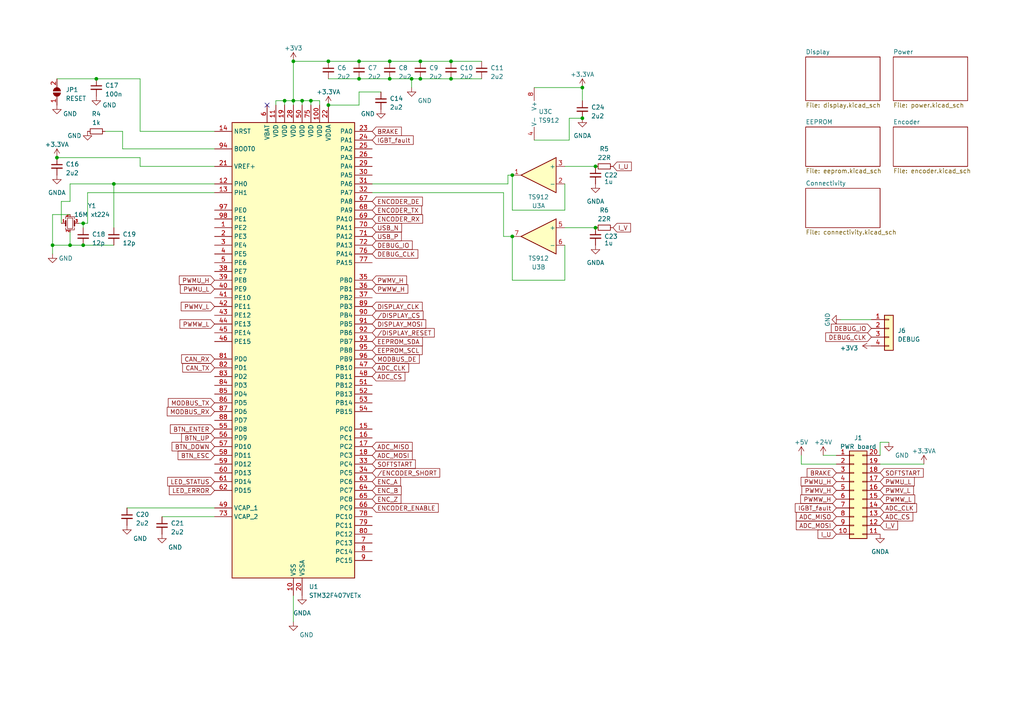
<source format=kicad_sch>
(kicad_sch (version 20230121) (generator eeschema)
  (paper "A4")
  (lib_symbols
    (symbol "Amplifier_Operational:TS912" (pin_names (offset 0.127))
      (property "Reference" "U" (at 0 5.08 0))
      (property "Value" "TS912" (at 0 -5.08 0))
      (symbol "TS912_1_1"
        (polyline (pts (xy -5.08 5.08) (xy 5.08 0) (xy -5.08 -5.08) (xy -5.08 5.08)) (stroke (width 0.254)) (fill (type background)))
        (pin output line (at 7.62 0 180) (length 2.54) (name "~") (number "1"))
        (pin input line (at -7.62 -2.54 0) (length 2.54) (name "-") (number "2"))
        (pin input line (at -7.62 2.54 0) (length 2.54) (name "+") (number "3"))
      )
      (symbol "TS912_2_1"
        (polyline (pts (xy -5.08 5.08) (xy 5.08 0) (xy -5.08 -5.08) (xy -5.08 5.08)) (stroke (width 0.254)) (fill (type background)))
        (pin input line (at -7.62 2.54 0) (length 2.54) (name "+") (number "5"))
        (pin input line (at -7.62 -2.54 0) (length 2.54) (name "-") (number "6"))
        (pin output line (at 7.62 0 180) (length 2.54) (name "~") (number "7"))
      )
      (symbol "TS912_3_1"
        (pin power_in line (at -2.54 -7.62 90) (length 3.81) (name "V-") (number "4"))
        (pin power_in line (at -2.54 7.62 270) (length 3.81) (name "V+") (number "8"))
      )
    )
    (symbol "Connector_Generic:Conn_01x04" (pin_names (offset 1.016) hide)
      (property "Reference" "J" (at 0 5.08 0))
      (property "Value" "Conn_01x04" (at 0 -7.62 0))
      (symbol "Conn_01x04_1_1"
        (rectangle (start -1.27 -4.953) (end 0 -5.207) (stroke (width 0.1524)))
        (rectangle (start -1.27 -2.413) (end 0 -2.667) (stroke (width 0.1524)))
        (rectangle (start -1.27 0.127) (end 0 -0.127) (stroke (width 0.1524)))
        (rectangle (start -1.27 2.667) (end 0 2.413) (stroke (width 0.1524)))
        (rectangle (start -1.27 3.81) (end 1.27 -6.35) (stroke (width 0.254)) (fill (type background)))
        (pin passive line (at -5.08 2.54 0) (length 3.81) (name "Pin_1") (number "1"))
        (pin passive line (at -5.08 0 0) (length 3.81) (name "Pin_2") (number "2"))
        (pin passive line (at -5.08 -2.54 0) (length 3.81) (name "Pin_3") (number "3"))
        (pin passive line (at -5.08 -5.08 0) (length 3.81) (name "Pin_4") (number "4"))
      )
    )
    (symbol "Connector_Generic:Conn_02x10_Counter_Clockwise" (pin_names (offset 1.016) hide)
      (property "Reference" "J" (at 1.27 12.7 0))
      (property "Value" "Conn_02x10_Counter_Clockwise" (at 1.27 -15.24 0))
      (symbol "Conn_02x10_Counter_Clockwise_1_1"
        (rectangle (start -1.27 -12.573) (end 0 -12.827) (stroke (width 0.1524)))
        (rectangle (start -1.27 -10.033) (end 0 -10.287) (stroke (width 0.1524)))
        (rectangle (start -1.27 -7.493) (end 0 -7.747) (stroke (width 0.1524)))
        (rectangle (start -1.27 -4.953) (end 0 -5.207) (stroke (width 0.1524)))
        (rectangle (start -1.27 -2.413) (end 0 -2.667) (stroke (width 0.1524)))
        (rectangle (start -1.27 0.127) (end 0 -0.127) (stroke (width 0.1524)))
        (rectangle (start -1.27 2.667) (end 0 2.413) (stroke (width 0.1524)))
        (rectangle (start -1.27 5.207) (end 0 4.953) (stroke (width 0.1524)))
        (rectangle (start -1.27 7.747) (end 0 7.493) (stroke (width 0.1524)))
        (rectangle (start -1.27 10.287) (end 0 10.033) (stroke (width 0.1524)))
        (rectangle (start -1.27 11.43) (end 3.81 -13.97) (stroke (width 0.254)) (fill (type background)))
        (rectangle (start 3.81 -12.573) (end 2.54 -12.827) (stroke (width 0.1524)))
        (rectangle (start 3.81 -10.033) (end 2.54 -10.287) (stroke (width 0.1524)))
        (rectangle (start 3.81 -7.493) (end 2.54 -7.747) (stroke (width 0.1524)))
        (rectangle (start 3.81 -4.953) (end 2.54 -5.207) (stroke (width 0.1524)))
        (rectangle (start 3.81 -2.413) (end 2.54 -2.667) (stroke (width 0.1524)))
        (rectangle (start 3.81 0.127) (end 2.54 -0.127) (stroke (width 0.1524)))
        (rectangle (start 3.81 2.667) (end 2.54 2.413) (stroke (width 0.1524)))
        (rectangle (start 3.81 5.207) (end 2.54 4.953) (stroke (width 0.1524)))
        (rectangle (start 3.81 7.747) (end 2.54 7.493) (stroke (width 0.1524)))
        (rectangle (start 3.81 10.287) (end 2.54 10.033) (stroke (width 0.1524)))
        (pin passive line (at -5.08 10.16 0) (length 3.81) (name "Pin_1") (number "1"))
        (pin passive line (at -5.08 -12.7 0) (length 3.81) (name "Pin_10") (number "10"))
        (pin passive line (at 7.62 -12.7 180) (length 3.81) (name "Pin_11") (number "11"))
        (pin passive line (at 7.62 -10.16 180) (length 3.81) (name "Pin_12") (number "12"))
        (pin passive line (at 7.62 -7.62 180) (length 3.81) (name "Pin_13") (number "13"))
        (pin passive line (at 7.62 -5.08 180) (length 3.81) (name "Pin_14") (number "14"))
        (pin passive line (at 7.62 -2.54 180) (length 3.81) (name "Pin_15") (number "15"))
        (pin passive line (at 7.62 0 180) (length 3.81) (name "Pin_16") (number "16"))
        (pin passive line (at 7.62 2.54 180) (length 3.81) (name "Pin_17") (number "17"))
        (pin passive line (at 7.62 5.08 180) (length 3.81) (name "Pin_18") (number "18"))
        (pin passive line (at 7.62 7.62 180) (length 3.81) (name "Pin_19") (number "19"))
        (pin passive line (at -5.08 7.62 0) (length 3.81) (name "Pin_2") (number "2"))
        (pin passive line (at 7.62 10.16 180) (length 3.81) (name "Pin_20") (number "20"))
        (pin passive line (at -5.08 5.08 0) (length 3.81) (name "Pin_3") (number "3"))
        (pin passive line (at -5.08 2.54 0) (length 3.81) (name "Pin_4") (number "4"))
        (pin passive line (at -5.08 0 0) (length 3.81) (name "Pin_5") (number "5"))
        (pin passive line (at -5.08 -2.54 0) (length 3.81) (name "Pin_6") (number "6"))
        (pin passive line (at -5.08 -5.08 0) (length 3.81) (name "Pin_7") (number "7"))
        (pin passive line (at -5.08 -7.62 0) (length 3.81) (name "Pin_8") (number "8"))
        (pin passive line (at -5.08 -10.16 0) (length 3.81) (name "Pin_9") (number "9"))
      )
    )
    (symbol "Device:C_Small" (pin_numbers hide) (pin_names (offset 0.254) hide)
      (property "Reference" "C" (at 0.254 1.778 0))
      (property "Value" "C_Small" (at 0.254 -2.032 0))
      (symbol "C_Small_0_1"
        (polyline (pts (xy -1.524 -0.508) (xy 1.524 -0.508)) (stroke (width 0.3302)))
        (polyline (pts (xy -1.524 0.508) (xy 1.524 0.508)) (stroke (width 0.3048)))
      )
      (symbol "C_Small_1_1"
        (pin passive line (at 0 2.54 270) (length 2.032) (name "~") (number "1"))
        (pin passive line (at 0 -2.54 90) (length 2.032) (name "~") (number "2"))
      )
    )
    (symbol "Device:Crystal_GND24_Small" (pin_names (offset 1.016) hide)
      (property "Reference" "Y" (at 1.27 4.445 0))
      (property "Value" "Crystal_GND24_Small" (at 1.27 2.54 0))
      (symbol "Crystal_GND24_Small_0_1"
        (rectangle (start -0.762 -1.524) (end 0.762 1.524))
        (polyline (pts (xy -1.27 -0.762) (xy -1.27 0.762)) (stroke (width 0.381)))
        (polyline (pts (xy 1.27 -0.762) (xy 1.27 0.762)) (stroke (width 0.381)))
        (polyline (pts (xy -1.27 -1.27) (xy -1.27 -1.905) (xy 1.27 -1.905) (xy 1.27 -1.27)))
        (polyline (pts (xy -1.27 1.27) (xy -1.27 1.905) (xy 1.27 1.905) (xy 1.27 1.27)))
      )
      (symbol "Crystal_GND24_Small_1_1"
        (pin passive line (at -2.54 0 0) (length 1.27) (name "1") (number "1"))
        (pin passive line (at 0 -2.54 90) (length 0.635) (name "2") (number "2"))
        (pin passive line (at 2.54 0 180) (length 1.27) (name "3") (number "3"))
        (pin passive line (at 0 2.54 270) (length 0.635) (name "4") (number "4"))
      )
    )
    (symbol "Device:R_Small" (pin_numbers hide) (pin_names (offset 0.254) hide)
      (property "Reference" "R" (at 0.762 0.508 0))
      (property "Value" "R_Small" (at 0.762 -1.016 0))
      (symbol "R_Small_0_1"
        (rectangle (start -0.762 1.778) (end 0.762 -1.778) (stroke (width 0.2032)))
      )
      (symbol "R_Small_1_1"
        (pin passive line (at 0 2.54 270) (length 0.762) (name "~") (number "1"))
        (pin passive line (at 0 -2.54 90) (length 0.762) (name "~") (number "2"))
      )
    )
    (symbol "Jumper:SolderJumper_2_Open" (pin_names (offset 0) hide)
      (property "Reference" "JP" (at 0 2.032 0))
      (property "Value" "SolderJumper_2_Open" (at 0 -2.54 0))
      (symbol "SolderJumper_2_Open_0_1"
        (arc (start -0.254 1.016) (mid -1.2656 0) (end -0.254 -1.016))
        (arc (start -0.254 1.016) (mid -1.2656 0) (end -0.254 -1.016) (fill (type outline)))
        (polyline (pts (xy -0.254 1.016) (xy -0.254 -1.016)))
        (polyline (pts (xy 0.254 1.016) (xy 0.254 -1.016)))
        (arc (start 0.254 -1.016) (mid 1.2656 0) (end 0.254 1.016))
        (arc (start 0.254 -1.016) (mid 1.2656 0) (end 0.254 1.016) (fill (type outline)))
      )
      (symbol "SolderJumper_2_Open_1_1"
        (pin passive line (at -3.81 0 0) (length 2.54) (name "A") (number "1"))
        (pin passive line (at 3.81 0 180) (length 2.54) (name "B") (number "2"))
      )
    )
    (symbol "MCU_ST_STM32F4:STM32F407VETx"
      (property "Reference" "U" (at -17.78 67.31 0))
      (property "Value" "STM32F407VETx" (at 12.7 67.31 0))
      (symbol "STM32F407VETx_0_1"
        (rectangle (start -17.78 -66.04) (end 17.78 66.04) (stroke (width 0.254)) (fill (type background)))
      )
      (symbol "STM32F407VETx_1_1"
        (pin bidirectional line (at -22.86 35.56 0) (length 5.08) (name "PE2") (number "1"))
        (pin power_in line (at 0 -71.12 90) (length 5.08) (name "VSS") (number "10"))
        (pin power_in line (at 7.62 71.12 270) (length 5.08) (name "VDD") (number "100"))
        (pin power_in line (at -5.08 71.12 270) (length 5.08) (name "VDD") (number "11"))
        (pin bidirectional line (at -22.86 48.26 0) (length 5.08) (name "PH0") (number "12"))
        (pin bidirectional line (at -22.86 45.72 0) (length 5.08) (name "PH1") (number "13"))
        (pin input line (at -22.86 63.5 0) (length 5.08) (name "NRST") (number "14"))
        (pin bidirectional line (at 22.86 -22.86 180) (length 5.08) (name "PC0") (number "15"))
        (pin bidirectional line (at 22.86 -25.4 180) (length 5.08) (name "PC1") (number "16"))
        (pin bidirectional line (at 22.86 -27.94 180) (length 5.08) (name "PC2") (number "17"))
        (pin bidirectional line (at 22.86 -30.48 180) (length 5.08) (name "PC3") (number "18"))
        (pin power_in line (at -2.54 71.12 270) (length 5.08) (name "VDD") (number "19"))
        (pin bidirectional line (at -22.86 33.02 0) (length 5.08) (name "PE3") (number "2"))
        (pin power_in line (at 2.54 -71.12 90) (length 5.08) (name "VSSA") (number "20"))
        (pin input line (at -22.86 53.34 0) (length 5.08) (name "VREF+") (number "21"))
        (pin power_in line (at 10.16 71.12 270) (length 5.08) (name "VDDA") (number "22"))
        (pin bidirectional line (at 22.86 63.5 180) (length 5.08) (name "PA0") (number "23"))
        (pin bidirectional line (at 22.86 60.96 180) (length 5.08) (name "PA1") (number "24"))
        (pin bidirectional line (at 22.86 58.42 180) (length 5.08) (name "PA2") (number "25"))
        (pin bidirectional line (at 22.86 55.88 180) (length 5.08) (name "PA3") (number "26"))
        (pin passive line (at 0 -71.12 90) (length 5.08) hide (name "VSS") (number "27"))
        (pin power_in line (at 0 71.12 270) (length 5.08) (name "VDD") (number "28"))
        (pin bidirectional line (at 22.86 53.34 180) (length 5.08) (name "PA4") (number "29"))
        (pin bidirectional line (at -22.86 30.48 0) (length 5.08) (name "PE4") (number "3"))
        (pin bidirectional line (at 22.86 50.8 180) (length 5.08) (name "PA5") (number "30"))
        (pin bidirectional line (at 22.86 48.26 180) (length 5.08) (name "PA6") (number "31"))
        (pin bidirectional line (at 22.86 45.72 180) (length 5.08) (name "PA7") (number "32"))
        (pin bidirectional line (at 22.86 -33.02 180) (length 5.08) (name "PC4") (number "33"))
        (pin bidirectional line (at 22.86 -35.56 180) (length 5.08) (name "PC5") (number "34"))
        (pin bidirectional line (at 22.86 20.32 180) (length 5.08) (name "PB0") (number "35"))
        (pin bidirectional line (at 22.86 17.78 180) (length 5.08) (name "PB1") (number "36"))
        (pin bidirectional line (at 22.86 15.24 180) (length 5.08) (name "PB2") (number "37"))
        (pin bidirectional line (at -22.86 22.86 0) (length 5.08) (name "PE7") (number "38"))
        (pin bidirectional line (at -22.86 20.32 0) (length 5.08) (name "PE8") (number "39"))
        (pin bidirectional line (at -22.86 27.94 0) (length 5.08) (name "PE5") (number "4"))
        (pin bidirectional line (at -22.86 17.78 0) (length 5.08) (name "PE9") (number "40"))
        (pin bidirectional line (at -22.86 15.24 0) (length 5.08) (name "PE10") (number "41"))
        (pin bidirectional line (at -22.86 12.7 0) (length 5.08) (name "PE11") (number "42"))
        (pin bidirectional line (at -22.86 10.16 0) (length 5.08) (name "PE12") (number "43"))
        (pin bidirectional line (at -22.86 7.62 0) (length 5.08) (name "PE13") (number "44"))
        (pin bidirectional line (at -22.86 5.08 0) (length 5.08) (name "PE14") (number "45"))
        (pin bidirectional line (at -22.86 2.54 0) (length 5.08) (name "PE15") (number "46"))
        (pin bidirectional line (at 22.86 -5.08 180) (length 5.08) (name "PB10") (number "47"))
        (pin bidirectional line (at 22.86 -7.62 180) (length 5.08) (name "PB11") (number "48"))
        (pin power_out line (at -22.86 -45.72 0) (length 5.08) (name "VCAP_1") (number "49"))
        (pin bidirectional line (at -22.86 25.4 0) (length 5.08) (name "PE6") (number "5"))
        (pin power_in line (at 2.54 71.12 270) (length 5.08) (name "VDD") (number "50"))
        (pin bidirectional line (at 22.86 -10.16 180) (length 5.08) (name "PB12") (number "51"))
        (pin bidirectional line (at 22.86 -12.7 180) (length 5.08) (name "PB13") (number "52"))
        (pin bidirectional line (at 22.86 -15.24 180) (length 5.08) (name "PB14") (number "53"))
        (pin bidirectional line (at 22.86 -17.78 180) (length 5.08) (name "PB15") (number "54"))
        (pin bidirectional line (at -22.86 -22.86 0) (length 5.08) (name "PD8") (number "55"))
        (pin bidirectional line (at -22.86 -25.4 0) (length 5.08) (name "PD9") (number "56"))
        (pin bidirectional line (at -22.86 -27.94 0) (length 5.08) (name "PD10") (number "57"))
        (pin bidirectional line (at -22.86 -30.48 0) (length 5.08) (name "PD11") (number "58"))
        (pin bidirectional line (at -22.86 -33.02 0) (length 5.08) (name "PD12") (number "59"))
        (pin power_in line (at -7.62 71.12 270) (length 5.08) (name "VBAT") (number "6"))
        (pin bidirectional line (at -22.86 -35.56 0) (length 5.08) (name "PD13") (number "60"))
        (pin bidirectional line (at -22.86 -38.1 0) (length 5.08) (name "PD14") (number "61"))
        (pin bidirectional line (at -22.86 -40.64 0) (length 5.08) (name "PD15") (number "62"))
        (pin bidirectional line (at 22.86 -38.1 180) (length 5.08) (name "PC6") (number "63"))
        (pin bidirectional line (at 22.86 -40.64 180) (length 5.08) (name "PC7") (number "64"))
        (pin bidirectional line (at 22.86 -43.18 180) (length 5.08) (name "PC8") (number "65"))
        (pin bidirectional line (at 22.86 -45.72 180) (length 5.08) (name "PC9") (number "66"))
        (pin bidirectional line (at 22.86 43.18 180) (length 5.08) (name "PA8") (number "67"))
        (pin bidirectional line (at 22.86 40.64 180) (length 5.08) (name "PA9") (number "68"))
        (pin bidirectional line (at 22.86 38.1 180) (length 5.08) (name "PA10") (number "69"))
        (pin bidirectional line (at 22.86 -55.88 180) (length 5.08) (name "PC13") (number "7"))
        (pin bidirectional line (at 22.86 35.56 180) (length 5.08) (name "PA11") (number "70"))
        (pin bidirectional line (at 22.86 33.02 180) (length 5.08) (name "PA12") (number "71"))
        (pin bidirectional line (at 22.86 30.48 180) (length 5.08) (name "PA13") (number "72"))
        (pin power_out line (at -22.86 -48.26 0) (length 5.08) (name "VCAP_2") (number "73"))
        (pin passive line (at 0 -71.12 90) (length 5.08) hide (name "VSS") (number "74"))
        (pin power_in line (at 5.08 71.12 270) (length 5.08) (name "VDD") (number "75"))
        (pin bidirectional line (at 22.86 27.94 180) (length 5.08) (name "PA14") (number "76"))
        (pin bidirectional line (at 22.86 25.4 180) (length 5.08) (name "PA15") (number "77"))
        (pin bidirectional line (at 22.86 -48.26 180) (length 5.08) (name "PC10") (number "78"))
        (pin bidirectional line (at 22.86 -50.8 180) (length 5.08) (name "PC11") (number "79"))
        (pin bidirectional line (at 22.86 -58.42 180) (length 5.08) (name "PC14") (number "8"))
        (pin bidirectional line (at 22.86 -53.34 180) (length 5.08) (name "PC12") (number "80"))
        (pin bidirectional line (at -22.86 -2.54 0) (length 5.08) (name "PD0") (number "81"))
        (pin bidirectional line (at -22.86 -5.08 0) (length 5.08) (name "PD1") (number "82"))
        (pin bidirectional line (at -22.86 -7.62 0) (length 5.08) (name "PD2") (number "83"))
        (pin bidirectional line (at -22.86 -10.16 0) (length 5.08) (name "PD3") (number "84"))
        (pin bidirectional line (at -22.86 -12.7 0) (length 5.08) (name "PD4") (number "85"))
        (pin bidirectional line (at -22.86 -15.24 0) (length 5.08) (name "PD5") (number "86"))
        (pin bidirectional line (at -22.86 -17.78 0) (length 5.08) (name "PD6") (number "87"))
        (pin bidirectional line (at -22.86 -20.32 0) (length 5.08) (name "PD7") (number "88"))
        (pin bidirectional line (at 22.86 12.7 180) (length 5.08) (name "PB3") (number "89"))
        (pin bidirectional line (at 22.86 -60.96 180) (length 5.08) (name "PC15") (number "9"))
        (pin bidirectional line (at 22.86 10.16 180) (length 5.08) (name "PB4") (number "90"))
        (pin bidirectional line (at 22.86 7.62 180) (length 5.08) (name "PB5") (number "91"))
        (pin bidirectional line (at 22.86 5.08 180) (length 5.08) (name "PB6") (number "92"))
        (pin bidirectional line (at 22.86 2.54 180) (length 5.08) (name "PB7") (number "93"))
        (pin input line (at -22.86 58.42 0) (length 5.08) (name "BOOT0") (number "94"))
        (pin bidirectional line (at 22.86 0 180) (length 5.08) (name "PB8") (number "95"))
        (pin bidirectional line (at 22.86 -2.54 180) (length 5.08) (name "PB9") (number "96"))
        (pin bidirectional line (at -22.86 40.64 0) (length 5.08) (name "PE0") (number "97"))
        (pin bidirectional line (at -22.86 38.1 0) (length 5.08) (name "PE1") (number "98"))
        (pin passive line (at 0 -71.12 90) (length 5.08) hide (name "VSS") (number "99"))
      )
    )
    (symbol "power:+24V" (power) (pin_names (offset 0))
      (property "Value" "+24V" (at 0 3.556 0))
      (symbol "+24V_0_1"
        (polyline (pts (xy -0.762 1.27) (xy 0 2.54)))
        (polyline (pts (xy 0 0) (xy 0 2.54)))
        (polyline (pts (xy 0 2.54) (xy 0.762 1.27)))
      )
      (symbol "+24V_1_1"
        (pin power_in line (at 0 0 90) (length 0) hide (name "+24V") (number "1"))
      )
    )
    (symbol "power:+3.3VA" (power) (pin_names (offset 0))
      (property "Value" "+3.3VA" (at 0 3.556 0))
      (symbol "+3.3VA_0_1"
        (polyline (pts (xy -0.762 1.27) (xy 0 2.54)))
        (polyline (pts (xy 0 0) (xy 0 2.54)))
        (polyline (pts (xy 0 2.54) (xy 0.762 1.27)))
      )
      (symbol "+3.3VA_1_1"
        (pin power_in line (at 0 0 90) (length 0) hide (name "+3.3VA") (number "1"))
      )
    )
    (symbol "power:+3V3" (power) (pin_names (offset 0))
      (property "Value" "+3V3" (at 0 3.556 0))
      (symbol "+3V3_0_1"
        (polyline (pts (xy -0.762 1.27) (xy 0 2.54)))
        (polyline (pts (xy 0 0) (xy 0 2.54)))
        (polyline (pts (xy 0 2.54) (xy 0.762 1.27)))
      )
      (symbol "+3V3_1_1"
        (pin power_in line (at 0 0 90) (length 0) hide (name "+3V3") (number "1"))
      )
    )
    (symbol "power:+5V" (power) (pin_names (offset 0))
      (property "Value" "+5V" (at 0 3.556 0))
      (symbol "+5V_0_1"
        (polyline (pts (xy -0.762 1.27) (xy 0 2.54)))
        (polyline (pts (xy 0 0) (xy 0 2.54)))
        (polyline (pts (xy 0 2.54) (xy 0.762 1.27)))
      )
      (symbol "+5V_1_1"
        (pin power_in line (at 0 0 90) (length 0) hide (name "+5V") (number "1"))
      )
    )
    (symbol "power:GND" (power) (pin_names (offset 0))
      (property "Value" "GND" (at 0 -3.81 0))
      (symbol "GND_0_1"
        (polyline (pts (xy 0 0) (xy 0 -1.27) (xy 1.27 -1.27) (xy 0 -2.54) (xy -1.27 -1.27) (xy 0 -1.27)))
      )
      (symbol "GND_1_1"
        (pin power_in line (at 0 0 270) (length 0) hide (name "GND") (number "1"))
      )
    )
    (symbol "power:GNDA" (power) (pin_names (offset 0))
      (property "Value" "GNDA" (at 0 -3.81 0))
      (symbol "GNDA_0_1"
        (polyline (pts (xy 0 0) (xy 0 -1.27) (xy 1.27 -1.27) (xy 0 -2.54) (xy -1.27 -1.27) (xy 0 -1.27)))
      )
      (symbol "GNDA_1_1"
        (pin power_in line (at 0 0 270) (length 0) hide (name "GNDA") (number "1"))
      )
    )
  )
  (junction (at 24.13 64.77))
  (junction (at 168.91 34.29))
  (junction (at 104.14 17.78))
  (junction (at 121.92 22.86))
  (junction (at 15.24 71.12))
  (junction (at 148.59 50.8))
  (junction (at 95.25 17.78))
  (junction (at 85.09 17.78))
  (junction (at 95.25 30.48))
  (junction (at 82.55 29.21))
  (junction (at 24.13 71.12))
  (junction (at 168.91 25.4))
  (junction (at 119.38 22.86))
  (junction (at 87.63 29.21))
  (junction (at 85.09 29.21))
  (junction (at 20.32 71.12))
  (junction (at 113.03 22.86))
  (junction (at 113.03 17.78))
  (junction (at 16.51 45.72))
  (junction (at 27.94 22.86))
  (junction (at 172.72 48.26))
  (junction (at 130.81 22.86))
  (junction (at 104.14 22.86))
  (junction (at 172.72 66.04))
  (junction (at 121.92 17.78))
  (junction (at 33.02 53.34))
  (junction (at 148.59 68.58))
  (junction (at 90.17 29.21))
  (junction (at 130.81 17.78))
  (no_connect (at 77.47 30.48))
  (wire (pts (xy 255.27 132.08) (xy 255.27 128.27)))
  (wire (pts (xy 62.23 38.1) (xy 40.64 38.1)))
  (wire (pts (xy 90.17 29.21) (xy 92.71 29.21)))
  (wire (pts (xy 104.14 30.48) (xy 104.14 26.67)))
  (wire (pts (xy 80.01 29.21) (xy 80.01 30.48)))
  (wire (pts (xy 25.4 55.88) (xy 25.4 64.77)))
  (wire (pts (xy 104.14 17.78) (xy 113.03 17.78)))
  (wire (pts (xy 33.02 53.34) (xy 62.23 53.34)))
  (wire (pts (xy 40.64 38.1) (xy 40.64 22.86)))
  (wire (pts (xy 82.55 29.21) (xy 82.55 30.48)))
  (wire (pts (xy 35.56 38.1) (xy 35.56 43.18)))
  (wire (pts (xy 20.32 53.34) (xy 20.32 58.42)))
  (wire (pts (xy 20.32 53.34) (xy 33.02 53.34)))
  (wire (pts (xy 148.59 81.28) (xy 163.83 81.28)))
  (wire (pts (xy 90.17 29.21) (xy 90.17 30.48)))
  (wire (pts (xy 163.83 53.34) (xy 163.83 60.96)))
  (wire (pts (xy 107.95 53.34) (xy 147.32 53.34)))
  (wire (pts (xy 40.64 48.26) (xy 62.23 48.26)))
  (wire (pts (xy 85.09 29.21) (xy 82.55 29.21)))
  (wire (pts (xy 130.81 17.78) (xy 139.7 17.78)))
  (wire (pts (xy 20.32 71.12) (xy 15.24 71.12)))
  (wire (pts (xy 17.78 64.77) (xy 17.78 58.42)))
  (wire (pts (xy 238.76 132.08) (xy 242.57 132.08)))
  (wire (pts (xy 16.51 22.86) (xy 27.94 22.86)))
  (wire (pts (xy 113.03 17.78) (xy 121.92 17.78)))
  (wire (pts (xy 36.83 147.32) (xy 62.23 147.32)))
  (wire (pts (xy 20.32 67.31) (xy 20.32 71.12)))
  (wire (pts (xy 146.05 68.58) (xy 148.59 68.58)))
  (wire (pts (xy 95.25 22.86) (xy 104.14 22.86)))
  (wire (pts (xy 46.99 149.86) (xy 62.23 149.86)))
  (wire (pts (xy 119.38 22.86) (xy 119.38 25.4)))
  (wire (pts (xy 147.32 50.8) (xy 148.59 50.8)))
  (wire (pts (xy 16.51 45.72) (xy 40.64 45.72)))
  (wire (pts (xy 163.83 60.96) (xy 148.59 60.96)))
  (wire (pts (xy 146.05 55.88) (xy 146.05 68.58)))
  (wire (pts (xy 168.91 25.4) (xy 168.91 29.21)))
  (wire (pts (xy 40.64 22.86) (xy 27.94 22.86)))
  (wire (pts (xy 163.83 81.28) (xy 163.83 71.12)))
  (wire (pts (xy 85.09 29.21) (xy 85.09 30.48)))
  (wire (pts (xy 25.4 64.77) (xy 24.13 64.77)))
  (wire (pts (xy 113.03 22.86) (xy 119.38 22.86)))
  (wire (pts (xy 107.95 55.88) (xy 146.05 55.88)))
  (wire (pts (xy 165.1 34.29) (xy 168.91 34.29)))
  (wire (pts (xy 24.13 64.77) (xy 22.86 64.77)))
  (wire (pts (xy 95.25 30.48) (xy 104.14 30.48)))
  (wire (pts (xy 85.09 172.72) (xy 85.09 180.34)))
  (wire (pts (xy 15.24 62.23) (xy 15.24 71.12)))
  (wire (pts (xy 255.27 134.62) (xy 267.97 134.62)))
  (wire (pts (xy 163.83 66.04) (xy 172.72 66.04)))
  (wire (pts (xy 121.92 17.78) (xy 130.81 17.78)))
  (wire (pts (xy 85.09 17.78) (xy 85.09 29.21)))
  (wire (pts (xy 62.23 55.88) (xy 25.4 55.88)))
  (wire (pts (xy 148.59 68.58) (xy 148.59 81.28)))
  (wire (pts (xy 87.63 29.21) (xy 87.63 30.48)))
  (wire (pts (xy 104.14 26.67) (xy 110.49 26.67)))
  (wire (pts (xy 255.27 128.27) (xy 257.81 128.27)))
  (wire (pts (xy 20.32 71.12) (xy 24.13 71.12)))
  (wire (pts (xy 24.13 66.04) (xy 24.13 64.77)))
  (wire (pts (xy 92.71 29.21) (xy 92.71 30.48)))
  (wire (pts (xy 165.1 40.64) (xy 165.1 34.29)))
  (wire (pts (xy 148.59 60.96) (xy 148.59 50.8)))
  (wire (pts (xy 87.63 29.21) (xy 90.17 29.21)))
  (wire (pts (xy 35.56 43.18) (xy 62.23 43.18)))
  (wire (pts (xy 24.13 71.12) (xy 33.02 71.12)))
  (wire (pts (xy 232.41 132.08) (xy 232.41 134.62)))
  (wire (pts (xy 95.25 17.78) (xy 104.14 17.78)))
  (wire (pts (xy 20.32 62.23) (xy 15.24 62.23)))
  (wire (pts (xy 82.55 29.21) (xy 80.01 29.21)))
  (wire (pts (xy 15.24 71.12) (xy 15.24 73.66)))
  (wire (pts (xy 30.48 38.1) (xy 35.56 38.1)))
  (wire (pts (xy 130.81 22.86) (xy 139.7 22.86)))
  (wire (pts (xy 243.84 92.71) (xy 252.73 92.71)))
  (wire (pts (xy 119.38 22.86) (xy 121.92 22.86)))
  (wire (pts (xy 154.94 25.4) (xy 168.91 25.4)))
  (wire (pts (xy 40.64 45.72) (xy 40.64 48.26)))
  (wire (pts (xy 17.78 58.42) (xy 20.32 58.42)))
  (wire (pts (xy 104.14 22.86) (xy 113.03 22.86)))
  (wire (pts (xy 85.09 17.78) (xy 95.25 17.78)))
  (wire (pts (xy 163.83 48.26) (xy 172.72 48.26)))
  (wire (pts (xy 232.41 134.62) (xy 242.57 134.62)))
  (wire (pts (xy 121.92 22.86) (xy 130.81 22.86)))
  (wire (pts (xy 147.32 53.34) (xy 147.32 50.8)))
  (wire (pts (xy 154.94 40.64) (xy 165.1 40.64)))
  (wire (pts (xy 33.02 53.34) (xy 33.02 66.04)))
  (wire (pts (xy 85.09 29.21) (xy 87.63 29.21)))
  (global_label "BTN_DOWN" (shape input) (at 62.23 129.54 180) (property "Intersheetrefs" "${INTERSHEET_REFS}" (effects hide)))
  (global_label "ENC_B" (shape input) (at 107.95 142.24 0) (property "Intersheetrefs" "${INTERSHEET_REFS}" (effects hide)))
  (global_label "PWMU_H" (shape input) (at 242.57 139.7 180) (property "Intersheetrefs" "${INTERSHEET_REFS}" (effects hide)))
  (global_label "MODBUS_RX" (shape input) (at 62.23 119.38 180) (property "Intersheetrefs" "${INTERSHEET_REFS}" (effects hide)))
  (global_label "DEBUG_CLK" (shape input) (at 107.95 73.66 0) (property "Intersheetrefs" "${INTERSHEET_REFS}" (effects hide)))
  (global_label "USB_N" (shape input) (at 107.95 66.04 0) (property "Intersheetrefs" "${INTERSHEET_REFS}" (effects hide)))
  (global_label "BRAKE" (shape input) (at 242.57 137.16 180) (property "Intersheetrefs" "${INTERSHEET_REFS}" (effects hide)))
  (global_label "LED_ERROR" (shape input) (at 62.23 142.24 180) (property "Intersheetrefs" "${INTERSHEET_REFS}" (effects hide)))
  (global_label "PWMW_H" (shape input) (at 107.95 83.82 0) (property "Intersheetrefs" "${INTERSHEET_REFS}" (effects hide)))
  (global_label "ENC_A" (shape input) (at 107.95 139.7 0) (property "Intersheetrefs" "${INTERSHEET_REFS}" (effects hide)))
  (global_label "MODBUS_DE" (shape input) (at 107.95 104.14 0) (property "Intersheetrefs" "${INTERSHEET_REFS}" (effects hide)))
  (global_label "ADC_CLK" (shape input) (at 255.27 147.32 0) (property "Intersheetrefs" "${INTERSHEET_REFS}" (effects hide)))
  (global_label "I_V" (shape input) (at 255.27 152.4 0) (property "Intersheetrefs" "${INTERSHEET_REFS}" (effects hide)))
  (global_label "IGBT_fault" (shape input) (at 242.57 147.32 180) (property "Intersheetrefs" "${INTERSHEET_REFS}" (effects hide)))
  (global_label "USB_P" (shape input) (at 107.95 68.58 0) (property "Intersheetrefs" "${INTERSHEET_REFS}" (effects hide)))
  (global_label "EEPROM_SDA" (shape input) (at 107.95 99.06 0) (property "Intersheetrefs" "${INTERSHEET_REFS}" (effects hide)))
  (global_label "MODBUS_TX" (shape input) (at 62.23 116.84 180) (property "Intersheetrefs" "${INTERSHEET_REFS}" (effects hide)))
  (global_label "ADC_MISO" (shape input) (at 107.95 129.54 0) (property "Intersheetrefs" "${INTERSHEET_REFS}" (effects hide)))
  (global_label "PWMU_L" (shape input) (at 255.27 139.7 0) (property "Intersheetrefs" "${INTERSHEET_REFS}" (effects hide)))
  (global_label "DEBUG_CLK" (shape input) (at 252.73 97.79 180) (property "Intersheetrefs" "${INTERSHEET_REFS}" (effects hide)))
  (global_label "ENC_Z" (shape input) (at 107.95 144.78 0) (property "Intersheetrefs" "${INTERSHEET_REFS}" (effects hide)))
  (global_label "PWMW_L" (shape input) (at 255.27 144.78 0) (property "Intersheetrefs" "${INTERSHEET_REFS}" (effects hide)))
  (global_label "ADC_CS" (shape input) (at 107.95 109.22 0) (property "Intersheetrefs" "${INTERSHEET_REFS}" (effects hide)))
  (global_label "ENCODER_RX" (shape input) (at 107.95 63.5 0) (property "Intersheetrefs" "${INTERSHEET_REFS}" (effects hide)))
  (global_label "DISPLAY_CLK" (shape input) (at 107.95 88.9 0) (property "Intersheetrefs" "${INTERSHEET_REFS}" (effects hide)))
  (global_label "I_U" (shape input) (at 177.8 48.26 0) (property "Intersheetrefs" "${INTERSHEET_REFS}" (effects hide)))
  (global_label "PWMV_H" (shape input) (at 107.95 81.28 0) (property "Intersheetrefs" "${INTERSHEET_REFS}" (effects hide)))
  (global_label "{slash}ENCODER_SHORT" (shape input) (at 107.95 137.16 0) (property "Intersheetrefs" "${INTERSHEET_REFS}" (effects hide)))
  (global_label "SOFTSTART" (shape input) (at 107.95 134.62 0) (property "Intersheetrefs" "${INTERSHEET_REFS}" (effects hide)))
  (global_label "PWMW_H" (shape input) (at 242.57 144.78 180) (property "Intersheetrefs" "${INTERSHEET_REFS}" (effects hide)))
  (global_label "PWMV_H" (shape input) (at 242.57 142.24 180) (property "Intersheetrefs" "${INTERSHEET_REFS}" (effects hide)))
  (global_label "BRAKE" (shape input) (at 107.95 38.1 0) (property "Intersheetrefs" "${INTERSHEET_REFS}" (effects hide)))
  (global_label "BTN_ENTER" (shape input) (at 62.23 124.46 180) (property "Intersheetrefs" "${INTERSHEET_REFS}" (effects hide)))
  (global_label "I_V" (shape input) (at 177.8 66.04 0) (property "Intersheetrefs" "${INTERSHEET_REFS}" (effects hide)))
  (global_label "LED_STATUS" (shape input) (at 62.23 139.7 180) (property "Intersheetrefs" "${INTERSHEET_REFS}" (effects hide)))
  (global_label "ADC_MOSI" (shape input) (at 242.57 152.4 180) (property "Intersheetrefs" "${INTERSHEET_REFS}" (effects hide)))
  (global_label "I_U" (shape input) (at 242.57 154.94 180) (property "Intersheetrefs" "${INTERSHEET_REFS}" (effects hide)))
  (global_label "DEBUG_IO" (shape input) (at 107.95 71.12 0) (property "Intersheetrefs" "${INTERSHEET_REFS}" (effects hide)))
  (global_label "ENCODER_DE" (shape input) (at 107.95 58.42 0) (property "Intersheetrefs" "${INTERSHEET_REFS}" (effects hide)))
  (global_label "PWMU_L" (shape input) (at 62.23 83.82 180) (property "Intersheetrefs" "${INTERSHEET_REFS}" (effects hide)))
  (global_label "EEPROM_SCL" (shape input) (at 107.95 101.6 0) (property "Intersheetrefs" "${INTERSHEET_REFS}" (effects hide)))
  (global_label "PWMV_L" (shape input) (at 62.23 88.9 180) (property "Intersheetrefs" "${INTERSHEET_REFS}" (effects hide)))
  (global_label "{slash}DISPLAY_CS" (shape input) (at 107.95 91.44 0) (property "Intersheetrefs" "${INTERSHEET_REFS}" (effects hide)))
  (global_label "PWMU_H" (shape input) (at 62.23 81.28 180) (property "Intersheetrefs" "${INTERSHEET_REFS}" (effects hide)))
  (global_label "DEBUG_IO" (shape input) (at 252.73 95.25 180) (property "Intersheetrefs" "${INTERSHEET_REFS}" (effects hide)))
  (global_label "ADC_MISO" (shape input) (at 242.57 149.86 180) (property "Intersheetrefs" "${INTERSHEET_REFS}" (effects hide)))
  (global_label "DISPLAY_MOSI" (shape input) (at 107.95 93.98 0) (property "Intersheetrefs" "${INTERSHEET_REFS}" (effects hide)))
  (global_label "ENCODER_ENABLE" (shape input) (at 107.95 147.32 0) (property "Intersheetrefs" "${INTERSHEET_REFS}" (effects hide)))
  (global_label "ADC_CLK" (shape input) (at 107.95 106.68 0) (property "Intersheetrefs" "${INTERSHEET_REFS}" (effects hide)))
  (global_label "ENCODER_TX" (shape input) (at 107.95 60.96 0) (property "Intersheetrefs" "${INTERSHEET_REFS}" (effects hide)))
  (global_label "CAN_TX" (shape input) (at 62.23 106.68 180) (property "Intersheetrefs" "${INTERSHEET_REFS}" (effects hide)))
  (global_label "BTN_ESC" (shape input) (at 62.23 132.08 180) (property "Intersheetrefs" "${INTERSHEET_REFS}" (effects hide)))
  (global_label "ADC_CS" (shape input) (at 255.27 149.86 0) (property "Intersheetrefs" "${INTERSHEET_REFS}" (effects hide)))
  (global_label "PWMW_L" (shape input) (at 62.23 93.98 180) (property "Intersheetrefs" "${INTERSHEET_REFS}" (effects hide)))
  (global_label "IGBT_fault" (shape input) (at 107.95 40.64 0) (property "Intersheetrefs" "${INTERSHEET_REFS}" (effects hide)))
  (global_label "BTN_UP" (shape input) (at 62.23 127 180) (property "Intersheetrefs" "${INTERSHEET_REFS}" (effects hide)))
  (global_label "PWMV_L" (shape input) (at 255.27 142.24 0) (property "Intersheetrefs" "${INTERSHEET_REFS}" (effects hide)))
  (global_label "SOFTSTART" (shape input) (at 255.27 137.16 0) (property "Intersheetrefs" "${INTERSHEET_REFS}" (effects hide)))
  (global_label "CAN_RX" (shape input) (at 62.23 104.14 180) (property "Intersheetrefs" "${INTERSHEET_REFS}" (effects hide)))
  (global_label "{slash}DISPLAY_RESET" (shape input) (at 107.95 96.52 0) (property "Intersheetrefs" "${INTERSHEET_REFS}" (effects hide)))
  (global_label "ADC_MOSI" (shape input) (at 107.95 132.08 0) (property "Intersheetrefs" "${INTERSHEET_REFS}" (effects hide)))
  (symbol (lib_id "power:GND") (at 27.94 27.94 0) (unit 1)
    (property "Reference" "#PWR027" (effects hide))
    (property "Value" "GND" (at 31.75 30.48 0))
  )
  (symbol (lib_id "Device:C_Small") (at 46.99 152.4 0) (unit 1)
    (property "Reference" "C21" (at 49.53 151.7713 0) (effects (justify left)))
    (property "Value" "2u2" (at 49.53 154.3113 0) (effects (justify left)))
  )
  (symbol (lib_id "Amplifier_Operational:TS912") (at 156.21 50.8 0) (mirror y) (unit 1)
    (property "Reference" "U3" (at 156.21 59.69 0))
    (property "Value" "TS912" (at 156.21 57.15 0))
    (property "Datasheet" "www.st.com/resource/en/datasheet/ts912.pdf" (effects hide))
  )
  (symbol (lib_id "power:GNDA") (at 16.51 50.8 0) (unit 1)
    (property "Reference" "#PWR025" (effects hide))
    (property "Value" "GNDA" (at 16.51 55.88 0))
  )
  (symbol (lib_id "Device:C_Small") (at 95.25 20.32 0) (unit 1)
    (property "Reference" "C6" (at 97.79 19.6913 0) (effects (justify left)))
    (property "Value" "2u2" (at 97.79 22.2313 0) (effects (justify left)))
  )
  (symbol (lib_id "Device:C_Small") (at 139.7 20.32 0) (unit 1)
    (property "Reference" "C11" (at 142.24 19.6913 0) (effects (justify left)))
    (property "Value" "2u2" (at 142.24 22.2313 0) (effects (justify left)))
  )
  (symbol (lib_id "Device:C_Small") (at 16.51 48.26 0) (unit 1)
    (property "Reference" "C16" (at 19.05 47.6313 0) (effects (justify left)))
    (property "Value" "2u2" (at 19.05 50.1713 0) (effects (justify left)))
  )
  (symbol (lib_id "power:GND") (at 243.84 92.71 270) (unit 1)
    (property "Reference" "#PWR081" (effects hide))
    (property "Value" "GND" (at 240.03 92.71 0))
  )
  (symbol (lib_id "power:GND") (at 25.4 38.1 0) (unit 1)
    (property "Reference" "#PWR026" (effects hide))
    (property "Value" "GND" (at 21.59 39.37 0))
  )
  (symbol (lib_id "power:GNDA") (at 168.91 34.29 0) (unit 1)
    (property "Reference" "#PWR039" (effects hide))
    (property "Value" "GNDA" (at 168.91 39.37 0))
  )
  (symbol (lib_id "Device:C_Small") (at 104.14 20.32 0) (unit 1)
    (property "Reference" "C7" (at 106.68 19.6913 0) (effects (justify left)))
    (property "Value" "2u2" (at 106.68 22.2313 0) (effects (justify left)))
  )
  (symbol (lib_id "Amplifier_Operational:TS912") (at 157.48 33.02 0) (unit 3)
    (property "Reference" "U3" (at 156.21 32.385 0) (effects (justify left)))
    (property "Value" "TS912" (at 156.21 34.925 0) (effects (justify left)))
    (property "Datasheet" "www.st.com/resource/en/datasheet/ts912.pdf" (effects hide))
  )
  (symbol (lib_id "power:GND") (at 110.49 31.75 0) (unit 1)
    (property "Reference" "#PWR014" (effects hide))
    (property "Value" "GND" (at 106.68 33.02 0))
  )
  (symbol (lib_id "MCU_ST_STM32F4:STM32F407VETx") (at 85.09 101.6 0) (unit 1)
    (property "Reference" "U1" (at 89.5859 170.18 0) (effects (justify left)))
    (property "Value" "STM32F407VETx" (at 89.5859 172.72 0) (effects (justify left)))
    (property "Footprint" "Package_QFP:LQFP-100_14x14mm_P0.5mm" (effects hide))
    (property "Datasheet" "https://www.st.com/resource/en/datasheet/stm32f407ve.pdf" (effects hide))
  )
  (symbol (lib_id "Device:C_Small") (at 130.81 20.32 0) (unit 1)
    (property "Reference" "C10" (at 133.35 19.6913 0) (effects (justify left)))
    (property "Value" "2u2" (at 133.35 22.2313 0) (effects (justify left)))
  )
  (symbol (lib_id "Device:C_Small") (at 33.02 68.58 0) (unit 1)
    (property "Reference" "C19" (at 35.56 67.9513 0) (effects (justify left)))
    (property "Value" "12p" (at 35.56 70.4913 0) (effects (justify left)))
  )
  (symbol (lib_id "power:+3.3VA") (at 168.91 25.4 0) (unit 1)
    (property "Reference" "#PWR040" (effects hide))
    (property "Value" "+3.3VA" (at 168.91 21.59 0))
  )
  (symbol (lib_id "Device:C_Small") (at 172.72 68.58 0) (unit 1)
    (property "Reference" "C23" (at 175.26 68.58 0) (effects (justify left)))
    (property "Value" "1u" (at 175.26 70.4913 0) (effects (justify left)))
  )
  (symbol (lib_id "power:+24V") (at 238.76 132.08 0) (unit 1)
    (property "Reference" "#PWR032" (effects hide))
    (property "Value" "+24V" (at 238.76 128.27 0))
  )
  (symbol (lib_id "power:GND") (at 36.83 152.4 0) (unit 1)
    (property "Reference" "#PWR031" (effects hide))
    (property "Value" "GND" (at 40.64 156.21 0))
  )
  (symbol (lib_id "power:+3V3") (at 85.09 17.78 0) (unit 1)
    (property "Reference" "#PWR08" (effects hide))
    (property "Value" "+3V3" (at 85.09 13.97 0))
  )
  (symbol (lib_id "power:GND") (at 16.51 30.48 0) (unit 1)
    (property "Reference" "#PWR028" (effects hide))
    (property "Value" "GND" (at 20.32 33.02 0))
  )
  (symbol (lib_id "power:GND") (at 46.99 154.94 0) (unit 1)
    (property "Reference" "#PWR030" (effects hide))
    (property "Value" "GND" (at 50.8 158.75 0))
  )
  (symbol (lib_id "power:GNDA") (at 255.27 154.94 0) (unit 1)
    (property "Reference" "#PWR034" (effects hide))
    (property "Value" "GNDA" (at 255.27 160.02 0))
  )
  (symbol (lib_id "Device:C_Small") (at 121.92 20.32 0) (unit 1)
    (property "Reference" "C9" (at 124.46 19.6913 0) (effects (justify left)))
    (property "Value" "2u2" (at 124.46 22.2313 0) (effects (justify left)))
  )
  (symbol (lib_id "power:+5V") (at 232.41 132.08 0) (unit 1)
    (property "Reference" "#PWR036" (effects hide))
    (property "Value" "+5V" (at 232.41 128.27 0))
  )
  (symbol (lib_id "Device:R_Small") (at 175.26 66.04 90) (unit 1)
    (property "Reference" "R6" (at 175.26 60.96 90))
    (property "Value" "22R" (at 175.26 63.5 90))
  )
  (symbol (lib_id "power:+3.3VA") (at 16.51 45.72 0) (unit 1)
    (property "Reference" "#PWR011" (effects hide))
    (property "Value" "+3.3VA" (at 16.51 41.91 0))
  )
  (symbol (lib_id "power:GND") (at 85.09 180.34 0) (unit 1)
    (property "Reference" "#PWR022" (effects hide))
    (property "Value" "GND" (at 88.9 184.15 0))
  )
  (symbol (lib_id "Device:C_Small") (at 172.72 50.8 0) (unit 1)
    (property "Reference" "C22" (at 175.26 50.8 0) (effects (justify left)))
    (property "Value" "1u" (at 175.26 52.7113 0) (effects (justify left)))
  )
  (symbol (lib_id "power:+3V3") (at 252.73 100.33 90) (unit 1)
    (property "Reference" "#PWR082" (effects hide))
    (property "Value" "+3V3" (at 248.92 100.965 90) (effects (justify left)))
  )
  (symbol (lib_id "Device:C_Small") (at 24.13 68.58 0) (unit 1)
    (property "Reference" "C18" (at 26.67 67.9513 0) (effects (justify left)))
    (property "Value" "12p" (at 26.67 70.4913 0) (effects (justify left)))
  )
  (symbol (lib_id "Connector_Generic:Conn_02x10_Counter_Clockwise") (at 247.65 142.24 0) (unit 1)
    (property "Reference" "J1" (at 248.92 127 0))
    (property "Value" "PWR board" (at 248.92 129.54 0))
  )
  (symbol (lib_id "power:GNDA") (at 172.72 53.34 0) (unit 1)
    (property "Reference" "#PWR037" (effects hide))
    (property "Value" "GNDA" (at 172.72 58.42 0))
  )
  (symbol (lib_id "Device:Crystal_GND24_Small") (at 20.32 64.77 0) (unit 1)
    (property "Reference" "Y1" (at 26.67 59.69 0))
    (property "Value" "16M xt224" (at 26.67 62.23 0))
    (property "Footprint" "Crystal:Crystal_SMD_2520-4Pin_2.5x2.0mm" (effects hide))
    (property "Datasheet" "https://www.tme.eu/pl/details/16.00m-smdxt224/rezonatory-kwarcowe-smd/yic/" (effects hide))
  )
  (symbol (lib_id "Device:C_Small") (at 36.83 149.86 0) (unit 1)
    (property "Reference" "C20" (at 39.37 149.2313 0) (effects (justify left)))
    (property "Value" "2u2" (at 39.37 151.7713 0) (effects (justify left)))
  )
  (symbol (lib_id "Device:C_Small") (at 113.03 20.32 0) (unit 1)
    (property "Reference" "C8" (at 115.57 19.6913 0) (effects (justify left)))
    (property "Value" "2u2" (at 115.57 22.2313 0) (effects (justify left)))
  )
  (symbol (lib_id "power:GNDA") (at 172.72 71.12 0) (unit 1)
    (property "Reference" "#PWR038" (effects hide))
    (property "Value" "GNDA" (at 172.72 76.2 0))
  )
  (symbol (lib_id "power:GND") (at 15.24 73.66 0) (unit 1)
    (property "Reference" "#PWR029" (effects hide))
    (property "Value" "GND" (at 19.05 74.93 0))
  )
  (symbol (lib_id "Device:C_Small") (at 110.49 29.21 0) (unit 1)
    (property "Reference" "C14" (at 113.03 28.5813 0) (effects (justify left)))
    (property "Value" "2u2" (at 113.03 31.1213 0) (effects (justify left)))
  )
  (symbol (lib_id "Device:R_Small") (at 27.94 38.1 90) (unit 1)
    (property "Reference" "R4" (at 27.94 33.02 90))
    (property "Value" "1k" (at 27.94 35.56 90))
  )
  (symbol (lib_id "Jumper:SolderJumper_2_Open") (at 16.51 26.67 90) (unit 1)
    (property "Reference" "JP1" (at 19.05 26.035 90) (effects (justify right)))
    (property "Value" "RESET" (at 19.05 28.575 90) (effects (justify right)))
    (property "Footprint" "Jumper:SolderJumper-2_P1.3mm_Open_Pad1.0x1.5mm" (effects hide))
  )
  (symbol (lib_id "power:GNDA") (at 87.63 172.72 0) (unit 1)
    (property "Reference" "#PWR023" (effects hide))
    (property "Value" "GNDA" (at 87.63 177.8 0))
  )
  (symbol (lib_id "power:GND") (at 257.81 128.27 0) (unit 1)
    (property "Reference" "#PWR035" (effects hide))
    (property "Value" "GND" (at 261.62 132.08 0))
  )
  (symbol (lib_id "power:GND") (at 119.38 25.4 0) (unit 1)
    (property "Reference" "#PWR09" (effects hide))
    (property "Value" "GND" (at 123.19 29.21 0))
  )
  (symbol (lib_id "power:+3.3VA") (at 95.25 30.48 0) (unit 1)
    (property "Reference" "#PWR013" (effects hide))
    (property "Value" "+3.3VA" (at 95.25 26.67 0))
  )
  (symbol (lib_id "power:+3.3VA") (at 267.97 134.62 0) (unit 1)
    (property "Reference" "#PWR033" (effects hide))
    (property "Value" "+3.3VA" (at 267.97 130.81 0))
  )
  (symbol (lib_id "Device:C_Small") (at 27.94 25.4 0) (unit 1)
    (property "Reference" "C17" (at 30.48 24.7713 0) (effects (justify left)))
    (property "Value" "100n" (at 30.48 27.3113 0) (effects (justify left)))
  )
  (symbol (lib_id "Device:R_Small") (at 175.26 48.26 90) (unit 1)
    (property "Reference" "R5" (at 175.26 43.18 90))
    (property "Value" "22R" (at 175.26 45.72 90))
  )
  (symbol (lib_id "Device:C_Small") (at 168.91 31.75 0) (unit 1)
    (property "Reference" "C24" (at 171.45 31.1213 0) (effects (justify left)))
    (property "Value" "2u2" (at 171.45 33.6613 0) (effects (justify left)))
  )
  (symbol (lib_id "Connector_Generic:Conn_01x04") (at 257.81 95.25 0) (unit 1)
    (property "Reference" "J6" (at 260.35 95.885 0) (effects (justify left)))
    (property "Value" "DEBUG" (at 260.35 98.425 0) (effects (justify left)))
  )
  (symbol (lib_id "Amplifier_Operational:TS912") (at 156.21 68.58 0) (mirror y) (unit 2)
    (property "Reference" "U3" (at 156.21 77.47 0))
    (property "Value" "TS912" (at 156.21 74.93 0))
    (property "Datasheet" "www.st.com/resource/en/datasheet/ts912.pdf" (effects hide))
  )
  (sheet (at 233.68 36.83) (size 21.59 11.43) (stroke (width 0.1524))
    (property "Sheetname" "EEPROM" (at 233.68 36.1184 0) (effects (justify left bottom)))
    (property "Sheetfile" "eeprom.kicad_sch" (at 233.68 48.8446 0) (effects (justify left top)))
  )
  (sheet (at 233.68 54.61) (size 21.59 11.43) (stroke (width 0.1524))
    (property "Sheetname" "Connectivity" (at 233.68 53.8984 0) (effects (justify left bottom)))
    (property "Sheetfile" "connectivity.kicad_sch" (at 233.68 66.6246 0) (effects (justify left top)))
  )
  (sheet (at 259.08 16.51) (size 21.59 12.7) (stroke (width 0.1524))
    (property "Sheetname" "Power" (at 259.08 15.7984 0) (effects (justify left bottom)))
    (property "Sheetfile" "power.kicad_sch" (at 259.08 29.7946 0) (effects (justify left top)))
  )
  (sheet (at 259.08 36.83) (size 21.59 11.43) (stroke (width 0.1524))
    (property "Sheetname" "Encoder" (at 259.08 36.1184 0) (effects (justify left bottom)))
    (property "Sheetfile" "encoder.kicad_sch" (at 259.08 48.8446 0) (effects (justify left top)))
  )
  (sheet (at 233.68 16.51) (size 21.59 12.7) (stroke (width 0.1524))
    (property "Sheetname" "Display" (at 233.68 15.7984 0) (effects (justify left bottom)))
    (property "Sheetfile" "display.kicad_sch" (at 233.68 29.7946 0) (effects (justify left top)))
  )
)
</source>
